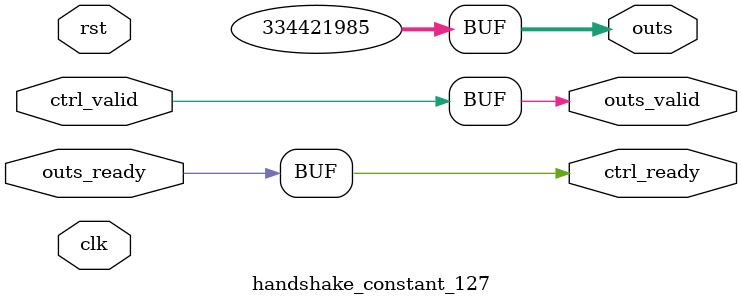
<source format=v>
`timescale 1ns / 1ps
module handshake_constant_127 #(
  parameter DATA_WIDTH = 32  // Default set to 32 bits
) (
  input                       clk,
  input                       rst,
  // Input Channel
  input                       ctrl_valid,
  output                      ctrl_ready,
  // Output Channel
  output [DATA_WIDTH - 1 : 0] outs,
  output                      outs_valid,
  input                       outs_ready
);
  assign outs       = 30'b010011111011101101111111100001;
  assign outs_valid = ctrl_valid;
  assign ctrl_ready = outs_ready;

endmodule

</source>
